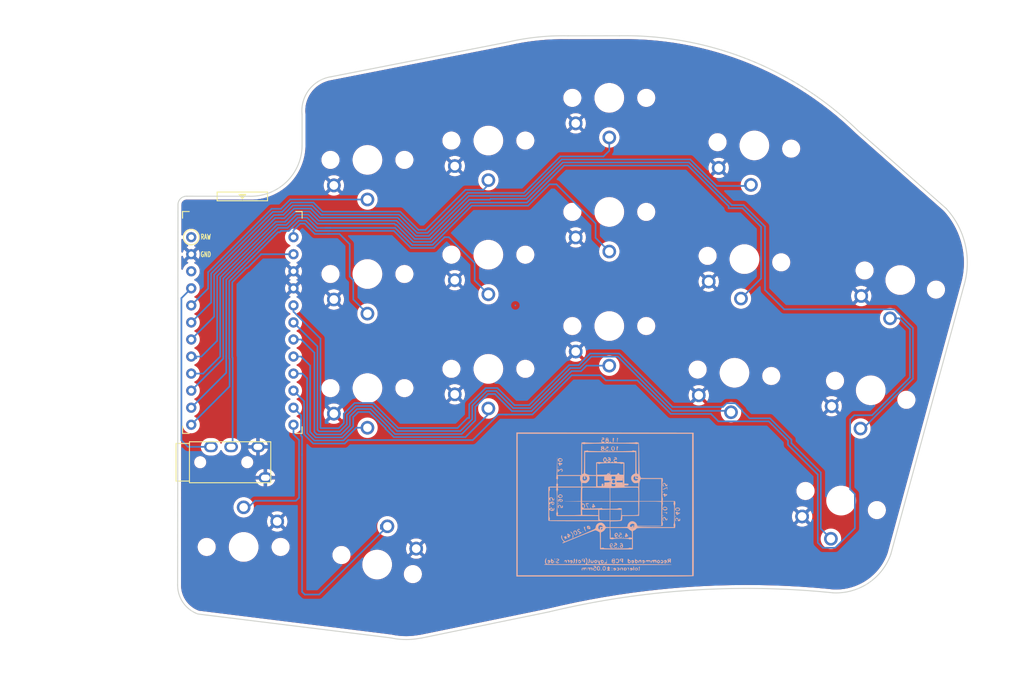
<source format=kicad_pcb>
(kicad_pcb (version 20211014) (generator pcbnew)
  (title_block (title "hypergolic") (date "2020-12-26") (rev "0.1") (company "broomlabs"))
  (layers (0 "F.Cu" signal) (31 "B.Cu" signal) (34 "B.Paste" user) (35 "F.Paste" user) (36 "B.SilkS" user "B.Silkscreen") (37 "F.SilkS" user "F.Silkscreen") (38 "B.Mask" user) (39 "F.Mask" user) (44 "Edge.Cuts" user))
  (net 0 "")
  (net 1 "reset")
  (net 2 "gnd")
  (net 3 "vcc")
  (net 4 "Switch18")
  (net 5 "Switch1")
  (net 6 "Switch2")
  (net 7 "Switch3")
  (net 8 "Switch4")
  (net 9 "Switch5")
  (net 10 "Switch6")
  (net 11 "Switch7")
  (net 12 "Switch8")
  (net 13 "Switch9")
  (net 14 "Switch10")
  (net 15 "Switch11")
  (net 16 "Switch12")
  (net 17 "Switch13")
  (net 18 "Switch14")
  (net 19 "Switch15")
  (net 20 "Switch16")
  (net 21 "Switch17")
  (net 22 "raw")
  (footprint "kbd:ProMicro_v3_min_dual" (layer "F.Cu") (at 40.64 67.056)
    (fp_text reference "U1" hide)
    (fp_text value "ProMicro-kbd" hide)
  )
  (footprint "Kailh:TRRS-PJ-DPB2" (layer "F.Cu") (at 32.766 86.106 90)
    (fp_text reference "Jack0" hide)
    (fp_text value "TRRS" hide)
  )
  (footprint "Kailh:SW_PG1350_rev_DPB2" (layer "B.Cu") (at 116.855326 38.908261 175)
    (fp_text reference "SW3" hide)
    (fp_text value "SW_Push" hide)
  )
  (footprint "Kailh:SW_PG1350_rev_DPB2" (layer "B.Cu") (at 95.26 31.824 180)
    (fp_text reference "SW4" hide)
    (fp_text value "SW_Push" hide)
  )
  (footprint "Kailh:SW_PG1350_rev_DPB2" (layer "B.Cu") (at 77.26 38.184 180)
    (fp_text reference "SW5" hide)
    (fp_text value "SW_Push" hide)
  )
  (footprint "Kailh:SW_PG1350_rev_DPB2" (layer "B.Cu") (at 59.26 41.064 180)
    (fp_text reference "SW6" hide)
    (fp_text value "SW_Push" hide)
  )
  (footprint "Kailh:SW_PG1350_rev_DPB2" (layer "B.Cu") (at 134.17463 75.384306 165)
    (fp_text reference "SW8" hide)
    (fp_text value "SW_Push" hide)
  )
  (footprint "Kailh:SW_PG1350_rev_DPB2" (layer "B.Cu") (at 115.373738 55.843584 175)
    (fp_text reference "SW9" hide)
    (fp_text value "SW_Push" hide)
  )
  (footprint "Kailh:SW_PG1350_rev_DPB2" (layer "B.Cu") (at 95.26 48.814 180)
    (fp_text reference "SW10" hide)
    (fp_text value "SW_Push" hide)
  )
  (footprint "Kailh:SW_PG1350_rev_DPB2" (layer "B.Cu") (at 77.26 55.184 180)
    (fp_text reference "SW11" hide)
    (fp_text value "SW_Push" hide)
  )
  (footprint "Kailh:SW_PG1350_rev_DPB2" (layer "B.Cu") (at 59.26 58.064 180)
    (fp_text reference "SW12" hide)
    (fp_text value "SW_Push" hide)
  )
  (footprint "Kailh:SW_PG1350_rev_DPB2" (layer "B.Cu") (at 138.574835 58.962519 165)
    (fp_text reference "SW14" hide)
    (fp_text value "SW_Push" hide)
  )
  (footprint "Kailh:SW_PG1350_rev_DPB2" (layer "B.Cu") (at 113.89239 72.775467 175)
    (fp_text reference "SW15" hide)
    (fp_text value "SW_Push" hide)
  )
  (footprint "Kailh:SW_PG1350_rev_DPB2" (layer "B.Cu") (at 95.26 65.814 180)
    (fp_text reference "SW16" hide)
    (fp_text value "SW_Push" hide)
  )
  (footprint "Kailh:SW_PG1350_rev_DPB2" (layer "B.Cu") (at 77.26 72.189 180)
    (fp_text reference "SW17" hide)
    (fp_text value "SW_Push" hide)
  )
  (footprint "Kailh:SW_PG1350_rev_DPB2" (layer "B.Cu") (at 59.26 75.064 180)
    (fp_text reference "SW18" hide)
    (fp_text value "SW_Push" hide)
  )
  (footprint "Kailh:SW_PG1350_rev_DPB2" (layer "B.Cu") (at 60.706 101.346 -15)
    (fp_text reference "SW20" hide)
    (fp_text value "SW_Push" hide)
  )
  (footprint "Kailh:SW_PG1350_rev_DPB2" (layer "B.Cu") (at 40.832476 98.720705)
    (fp_text reference "SW21" hide)
    (fp_text value "SW_Push" hide)
  )
  (footprint "Kailh:SW_PG1350_rev_DPB2" (layer "B.Cu") (at 129.774266 91.806688 165)
    (fp_text reference "SW8" hide)
    (fp_text value "SW_Push" hide)
  )
  (footprint "silkscreens:pg1232_footprint" (layer "B.Cu") (at 95.32 92.05 180)
    (fp_text reference "REF**" hide)
    (fp_text value "silk_pg1232_footprint" hide)
  )
  (gr_circle (center 33.02 52.578) (end 34.036 53.086) (layer "F.SilkS") (width 0.15) (fill none))
  (gr_line (start 32.408164 46.474473) (end 41.656141 46.477771) (layer "Edge.Cuts") (width 0.15))
  (gr_line (start 49.53 39.006151) (end 49.53 34.29) (layer "Edge.Cuts") (width 0.15))
  (gr_line (start 132.331067 36.758144) (end 145.39495 48.291023) (layer "Edge.Cuts") (width 0.15))
  (gr_arc (start 49.53 34.29) (mid 50.562876 30.61956) (end 53.844201 28.67743) (layer "Edge.Cuts") (width 0.15))
  (gr_arc (start 49.53 39.006151) (mid 47.156073 44.389109) (end 41.656141 46.477771) (layer "Edge.Cuts") (width 0.15))
  (gr_line (start 89.154528 22.581567) (end 96.773466 22.570406) (layer "Edge.Cuts") (width 0.15))
  (gr_arc (start 34.036 108.712) (mid 31.833711 107.034966) (end 31.004187 104.394055) (layer "Edge.Cuts") (width 0.15))
  (gr_line (start 66.818368 112.363873) (end 67.247725 112.302294) (layer "Edge.Cuts") (width 0.15))
  (gr_line (start 67.247725 112.302294) (end 86.341482 108.380959) (layer "Edge.Cuts") (width 0.15))
  (gr_arc (start 86.341482 108.380959) (mid 107.067044 105.197408) (end 128.033468 105.502274) (layer "Edge.Cuts") (width 0.15))
  (gr_line (start 148.082 59.69) (end 137.16 99.822) (layer "Edge.Cuts") (width 0.15))
  (gr_line (start 128.033468 105.502274) (end 128.538609 105.553039) (layer "Edge.Cuts") (width 0.15))
  (gr_arc (start 137.16 99.822) (mid 133.803575 104.12306) (end 128.538609 105.553039) (layer "Edge.Cuts") (width 0.15))
  (gr_arc (start 145.39495 48.291023) (mid 148.235829 53.637544) (end 148.082 59.69) (layer "Edge.Cuts") (width 0.15))
  (gr_arc (start 96.773466 22.570406) (mid 115.971509 26.107341) (end 132.331067 36.758144) (layer "Edge.Cuts") (width 0.15))
  (gr_line (start 31.004187 104.394055) (end 31.05832 47.752) (layer "Edge.Cuts") (width 0.15))
  (gr_line (start 62.738 112.268) (end 34.036 108.712) (layer "Edge.Cuts") (width 0.15))
  (gr_arc (start 31.05832 47.752) (mid 31.455316 46.819577) (end 32.408164 46.474473) (layer "Edge.Cuts") (width 0.15))
  (gr_line (start 53.844201 28.67743) (end 80.226393 23.495399) (layer "Edge.Cuts") (width 0.15))
  (gr_arc (start 66.818368 112.363873) (mid 64.773554 112.513009) (end 62.738 112.268) (layer "Edge.Cuts") (width 0.15))
  (gr_arc (start 80.226393 23.495399) (mid 84.662185 22.762232) (end 89.154528 22.581567) (layer "Edge.Cuts") (width 0.15))
  (segment (start 81.28 62.738) (end 81.279998 62.737998) (width 0.25) (layer "B.Cu") (net 0))
  (segment (start 33.0314 57.658) (end 32.53523 57.658) (width 0.25) (layer "B.Cu") (net 1))
  (segment (start 35.966 83.806) (end 32.536 83.806) (width 0.25) (layer "B.Cu") (net 3))
  (segment (start 31.57 82.84) (end 31.57 61.6594) (width 0.25) (layer "B.Cu") (net 3))
  (segment (start 31.57 61.6594) (end 33.0314 60.198) (width 0.25) (layer "B.Cu") (net 3))
  (segment (start 32.536 83.806) (end 31.57 82.84) (width 0.25) (layer "B.Cu") (net 3))
  (segment (start 43.434 55.118) (end 41.402 57.15) (width 0.25) (layer "B.Cu") (net 4))
  (segment (start 39.138039 59.294011) (end 39.138039 70.476801) (width 0.25) (layer "B.Cu") (net 4))
  (segment (start 41.402 57.15) (end 41.28205 57.15) (width 0.25) (layer "B.Cu") (net 4))
  (segment (start 48.2514 55.118) (end 43.434 55.118) (width 0.25) (layer "B.Cu") (net 4))
  (segment (start 39.19071 83.58129) (end 38.966 83.806) (width 0.25) (layer "B.Cu") (net 4))
  (segment (start 39.138039 70.476801) (end 39.19071 70.529472) (width 0.25) (layer "B.Cu") (net 4))
  (segment (start 41.28205 57.15) (end 39.138039 59.294011) (width 0.25) (layer "B.Cu") (net 4))
  (segment (start 39.19071 70.529472) (end 39.19071 83.58129) (width 0.25) (layer "B.Cu") (net 4))
  (segment (start 131.813767 90.827727) (end 131.813767 95.923799) (width 0.25) (layer "B.Cu") (net 5))
  (segment (start 74.93 82.804) (end 56.388 82.804) (width 0.25) (layer "B.Cu") (net 5))
  (segment (start 126.29599 87.94199) (end 126.29599 98.10199) (width 0.25) (layer "B.Cu") (net 5))
  (segment (start 55.880002 83.311998) (end 51.179589 83.311999) (width 0.25) (layer "B.Cu") (net 5))
  (segment (start 56.388 82.804) (end 55.880002 83.311998) (width 0.25) (layer "B.Cu") (net 5))
  (segment (start 121.858123 83.373877) (end 121.858123 83.504123) (width 0.25) (layer "B.Cu") (net 5))
  (segment (start 111.506 80.01) (end 119.002246 80.01) (width 0.25) (layer "B.Cu") (net 5))
  (segment (start 140.01199 73.4736) (end 134.38386 79.10173) (width 0.25) (layer "B.Cu") (net 5))
  (segment (start 51.179589 83.311999) (end 49.828401 81.960809) (width 0.25) (layer "B.Cu") (net 5))
  (segment (start 49.828401 81.960809) (end 49.828401 77.015001) (width 0.25) (layer "B.Cu") (net 5))
  (segment (start 110.391075 78.895075) (end 111.506 80.01) (width 0.25) (layer "B.Cu") (net 5))
  (segment (start 131.813767 95.923799) (end 128.890915 98.846651) (width 0.25) (layer "B.Cu") (net 5))
  (segment (start 119.002246 80.01) (end 121.858123 82.865877) (width 0.25) (layer "B.Cu") (net 5))
  (segment (start 121.858123 82.865877) (end 121.858123 83.373877) (width 0.25) (layer "B.Cu") (net 5))
  (segment (start 99.43959 73.914) (end 104.420665 78.895075) (width 0.25) (layer "B.Cu") (net 5))
  (segment (start 121.858123 83.504123) (end 126.29599 87.94199) (width 0.25) (layer "B.Cu") (net 5))
  (segment (start 94.742 73.914) (end 99.43959 73.914) (width 0.25) (layer "B.Cu") (net 5))
  (segment (start 104.420665 78.895075) (end 110.391075 78.895075) (width 0.25) (layer "B.Cu") (net 5))
  (segment (start 89.662 73.152) (end 93.98 73.152) (width 0.25) (layer "B.Cu") (net 5))
  (segment (start 138.396075 64.661481) (end 140.01199 66.277396) (width 0.25) (layer "B.Cu") (net 5))
  (segment (start 131.11002 90.12398) (end 131.813767 90.827727) (width 0.25) (layer "B.Cu") (net 5))
  (segment (start 78.74 78.994) (end 74.93 82.804) (width 0.25) (layer "B.Cu") (net 5))
  (segment (start 126.29599 98.10199) (end 127.040651 98.846651) (width 0.25) (layer "B.Cu") (net 5))
  (segment (start 131.71827 79.10173) (end 131.11002 79.70998) (width 0.25) (layer "B.Cu") (net 5))
  (segment (start 134.38386 79.10173) (end 131.71827 79.10173) (width 0.25) (layer "B.Cu") (net 5))
  (segment (start 93.98 73.152) (end 94.742 73.914) (width 0.25) (layer "B.Cu") (net 5))
  (segment (start 131.11002 79.70998) (end 131.11002 90.12398) (width 0.25) (layer "B.Cu") (net 5))
  (segment (start 80.01 78.994) (end 79.756 78.994) (width 0.25) (layer "B.Cu") (net 5))
  (segment (start 128.890915 98.846651) (end 127.040651 98.846651) (width 0.25) (layer "B.Cu") (net 5))
  (segment (start 140.01199 66.277396) (end 140.01199 73.4736) (width 0.25) (layer "B.Cu") (net 5))
  (segment (start 83.82 78.994) (end 89.662 73.152) (width 0.25) (layer "B.Cu") (net 5))
  (segment (start 80.01 78.994) (end 78.74 78.994) (width 0.25) (layer "B.Cu") (net 5))
  (segment (start 49.828401 77.015001) (end 48.2514 75.438) (width 0.25) (layer "B.Cu") (net 5))
  (segment (start 137.047803 64.661481) (end 138.396075 64.661481) (width 0.25) (layer "B.Cu") (net 5))
  (segment (start 80.01 78.994) (end 83.82 78.994) (width 0.25) (layer "B.Cu") (net 5))
  (segment (start 111.268172 44.941828) (end 107.326368 41.000024) (width 0.25) (layer "B.Cu") (net 6))
  (segment (start 74.34876 46.42401) (end 68.39078 52.38199) (width 0.25) (layer "B.Cu") (net 6))
  (segment (start 82.7364 46.42401) (end 74.34876 46.42401) (width 0.25) (layer "B.Cu") (net 6))
  (segment (start 50.85121 48.31403) (end 48.330351 48.31403) (width 0.25) (layer "B.Cu") (net 6))
  (segment (start 34.544 70.358) (end 33.0314 70.358) (width 0.25) (layer "B.Cu") (net 6))
  (segment (start 36.88799 68.01401) (end 34.544 70.358) (width 0.25) (layer "B.Cu") (net 6))
  (segment (start 45.52399 49.72601) (end 44.958 50.292) (width 0.25) (layer "B.Cu") (net 6))
  (segment (start 44.958 50.292) (end 36.88799 58.36201) (width 0.25) (layer "B.Cu") (net 6))
  (segment (start 51.054 48.51682) (end 50.85121 48.31403) (width 0.25) (layer "B.Cu") (net 6))
  (segment (start 45.212 50.038) (end 44.958 50.292) (width 0.25) (layer "B.Cu") (net 6))
  (segment (start 88.160386 41.000024) (end 82.7364 46.42401) (width 0.25) (layer "B.Cu") (net 6))
  (segment (start 66.4804 52.38199) (end 63.771236 49.672826) (width 0.25) (layer "B.Cu") (net 6))
  (segment (start 33.0314 69.85) (end 33.793399 70.611999) (width 0.25) (layer "B.Cu") (net 6))
  (segment (start 107.326368 41.000024) (end 88.160386 41.000024) (width 0.25) (layer "B.Cu") (net 6))
  (segment (start 63.771236 49.672826) (end 52.193605 49.672825) (width 0.25) (layer "B.Cu") (net 6))
  (segment (start 52.193605 49.672825) (end 51.054 48.53322) (width 0.25) (layer "B.Cu") (net 6))
  (segment (start 116.649591 44.941828) (end 111.268172 44.941828) (width 0.25) (layer "B.Cu") (net 6))
  (segment (start 46.453005 49.755005) (end 46.42401 49.72601) (width 0.25) (layer "B.Cu") (net 6))
  (segment (start 46.889376 49.755005) (end 46.453005 49.755005) (width 0.25) (layer "B.Cu") (net 6))
  (segment (start 51.054 48.53322) (end 51.054 48.51682) (width 0.25) (layer "B.Cu") (net 6))
  (segment (start 116.965007 44.626412) (end 116.649591 44.941828) (width 0.25) (layer "B.Cu") (net 6))
  (segment (start 48.330351 48.31403) (end 46.889376 49.755005) (width 0.25) (layer "B.Cu") (net 6))
  (segment (start 68.39078 52.38199) (end 66.4804 52.38199) (width 0.25) (layer "B.Cu") (net 6))
  (segment (start 36.88799 58.36201) (end 36.88799 68.01401) (width 0.25) (layer "B.Cu") (net 6))
  (segment (start 46.42401 49.72601) (end 45.52399 49.72601) (width 0.25) (layer "B.Cu") (net 6))
  (segment (start 51.03761 47.86402) (end 48.143951 47.86402) (width 0.25) (layer "B.Cu") (net 7))
  (segment (start 74.16236 45.974) (end 68.20438 51.93198) (width 0.25) (layer "B.Cu") (net 7))
  (segment (start 52.631185 49.222815) (end 52.396404 49.222814) (width 0.25) (layer "B.Cu") (net 7))
  (segment (start 48.143951 47.86402) (end 46.756815 49.251156) (width 0.25) (layer "B.Cu") (net 7))
  (segment (start 82.55 45.974) (end 74.16236 45.974) (width 0.25) (layer "B.Cu") (net 7))
  (segment (start 45.998844 49.251156) (end 45.974 49.276) (width 0.25) (layer "B.Cu") (net 7))
  (segment (start 45.0256 49.58799) (end 36.43798 58.17561) (width 0.25) (layer "B.Cu") (net 7))
  (segment (start 95.26 39.688028) (end 94.398014 40.550014) (width 0.25) (layer "B.Cu") (net 7))
  (segment (start 68.20438 51.93198) (end 66.6668 51.93198) (width 0.25) (layer "B.Cu") (net 7))
  (segment (start 52.396404 49.222814) (end 51.03761 47.86402) (width 0.25) (layer "B.Cu") (net 7))
  (segment (start 66.6668 51.93198) (end 63.957637 49.222817) (width 0.25) (layer "B.Cu") (net 7))
  (segment (start 52.631185 49.222815) (end 52.380005 49.222815) (width 0.25) (layer "B.Cu") (net 7))
  (segment (start 46.08998 49.276) (end 45.974 49.276) (width 0.25) (layer "B.Cu") (net 7))
  (segment (start 62.791185 49.222815) (end 52.631185 49.222815) (width 0.25) (layer "B.Cu") (net 7))
  (segment (start 45.974 49.276) (end 45.33759 49.276) (width 0.25) (layer "B.Cu") (net 7))
  (segment (start 36.43798 58.17561) (end 36.43798 64.41142) (width 0.25) (layer "B.Cu") (net 7))
  (segment (start 46.756815 49.251156) (end 45.998844 49.251156) (width 0.25) (layer "B.Cu") (net 7))
  (segment (start 36.43798 64.41142) (end 33.0314 67.818) (width 0.25) (layer "B.Cu") (net 7))
  (segment (start 94.398014 40.550014) (end 87.973986 40.550014) (width 0.25) (layer "B.Cu") (net 7))
  (segment (start 45.33759 49.276) (end 45.0256 49.58799) (width 0.25) (layer "B.Cu") (net 7))
  (segment (start 63.957637 49.222817) (end 62.791185 49.222815) (width 0.25) (layer "B.Cu") (net 7))
  (segment (start 87.973986 40.550014) (end 82.55 45.974) (width 0.25) (layer "B.Cu") (net 7))
  (segment (start 95.26 37.724) (end 95.26 39.688028) (width 0.25) (layer "B.Cu") (net 7))
  (segment (start 66.8532 51.48197) (end 64.144038 48.772808) (width 0.25) (layer "B.Cu") (net 8))
  (segment (start 44.19459 49.78259) (end 36.19359 57.78359) (width 0.25) (layer "B.Cu") (net 8))
  (segment (start 52.582805 48.772805) (end 51.22401 47.41401) (width 0.25) (layer "B.Cu") (net 8))
  (segment (start 45.176034 48.801146) (end 44.82959 49.14759) (width 0.25) (layer "B.Cu") (net 8))
  (segment (start 77.26 44.77598) (end 76.51199 45.52399) (width 0.25) (layer "B.Cu") (net 8))
  (segment (start 44.82959 49.14759) (end 44.19459 49.78259) (width 0.25) (layer "B.Cu") (net 8))
  (segment (start 67.89803 51.48197) (end 66.8532 51.48197) (width 0.25) (layer "B.Cu") (net 8))
  (segment (start 46.570415 48.801146) (end 45.176034 48.801146) (width 0.25) (layer "B.Cu") (net 8))
  (segment (start 76.51199 45.52399) (end 73.85601 45.52399) (width 0.25) (layer "B.Cu") (net 8))
  (segment (start 47.957551 47.41401) (end 46.570415 48.801146) (width 0.25) (layer "B.Cu") (net 8))
  (segment (start 35.98797 57.98921) (end 36.19359 57.78359) (width 0.25) (layer "B.Cu") (net 8))
  (segment (start 33.0314 65.278) (end 35.98797 62.32143) (width 0.25) (layer "B.Cu") (net 8))
  (segment (start 35.98797 62.32143) (end 35.98797 57.98921) (width 0.25) (layer "B.Cu") (net 8))
  (segment (start 51.22401 47.41401) (end 47.957551 47.41401) (width 0.25) (layer "B.Cu") (net 8))
  (segment (start 64.144038 48.772808) (end 62.733195 48.772805) (width 0.25) (layer "B.Cu") (net 8))
  (segment (start 73.85601 45.52399) (end 67.89803 51.48197) (width 0.25) (layer "B.Cu") (net 8))
  (segment (start 44.19459 49.78259) (end 44.44859 49.52859) (width 0.25) (layer "B.Cu") (net 8))
  (segment (start 77.26 44.084) (end 77.26 44.77598) (width 0.25) (layer "B.Cu") (net 8))
  (segment (start 62.733195 48.772805) (end 52.582805 48.772805) (width 0.25) (layer "B.Cu") (net 8))
  (segment (start 33.0314 62.09301) (end 33.0314 62.23) (width 0.25) (layer "B.Cu") (net 9))
  (segment (start 46.384015 48.351136) (end 44.989634 48.351136) (width 0.25) (layer "B.Cu") (net 9))
  (segment (start 47.771151 46.964) (end 46.384015 48.351136) (width 0.25) (layer "B.Cu") (net 9))
  (segment (start 44.989634 48.351136) (end 35.53796 57.80281) (width 0.25) (layer "B.Cu") (net 9))
  (segment (start 35.53796 57.80281) (end 35.53796 60.23144) (width 0.25) (layer "B.Cu") (net 9))
  (segment (start 35.53796 60.23144) (end 33.0314 62.738) (width 0.25) (layer "B.Cu") (net 9))
  (segment (start 59.26 46.964) (end 47.771151 46.964) (width 0.25) (layer "B.Cu") (net 9))
  (segment (start 46.412356 48.322795) (end 46.384015 48.351136) (width 0.25) (layer "B.Cu") (net 9))
  (segment (start 140.462 73.66) (end 133.038732 81.083268) (width 0.25) (layer "B.Cu") (net 10))
  (segment (start 118.43301 60.459075) (end 121.294415 63.32048) (width 0.25) (layer "B.Cu") (net 10))
  (segment (start 34.798 72.898) (end 33.0314 72.898) (width 0.25) (layer "B.Cu") (net 10))
  (segment (start 140.462 66.090996) (end 140.462 73.66) (width 0.25) (layer "B.Cu") (net 10))
  (segment (start 66.294 52.832) (end 63.754 50.292) (width 0.25) (layer "B.Cu") (net 10))
  (segment (start 52.662835 50.122835) (end 52.007204 50.122834) (width 0.25) (layer "B.Cu") (net 10))
  (segment (start 52.662835 50.122835) (end 63.5 50.122835) (width 0.25) (layer "B.Cu") (net 10))
  (segment (start 68.83259 52.57659) (end 74.41918 46.99) (width 0.25) (layer "B.Cu") (net 10))
  (segment (start 121.294415 63.32048) (end 137.691484 63.32048) (width 0.25) (layer "B.Cu") (net 10))
  (segment (start 133.038732 81.083268) (end 132.647598 81.083268) (width 0.25) (layer "B.Cu") (net 10))
  (segment (start 137.691484 63.32048) (end 140.462 66.090996) (width 0.25) (layer "B.Cu") (net 10))
  (segment (start 52.007204 50.122834) (end 50.65237 48.768) (width 0.25) (layer "B.Cu") (net 10))
  (segment (start 68.83259 52.57659) (end 68.57718 52.832) (width 0.25) (layer "B.Cu") (net 10))
  (segment (start 68.58 52.82918) (end 68.83259 52.57659) (width 0.25) (layer "B.Cu") (net 10))
  (segment (start 46.988791 50.292) (end 45.59441 50.292) (width 0.25) (layer "B.Cu") (net 10))
  (segment (start 68.57718 52.832) (end 66.294 52.832) (width 0.25) (layer "B.Cu") (net 10))
  (segment (start 77.58598 46.87402) (end 82.922801 46.874019) (width 0.25) (layer "B.Cu") (net 10))
  (segment (start 37.338 58.54841) (end 37.338 70.358) (width 0.25) (layer "B.Cu") (net 10))
  (segment (start 82.922801 46.874019) (end 88.346786 41.450034) (width 0.25) (layer "B.Cu") (net 10))
  (segment (start 48.512791 48.768) (end 46.988791 50.292) (width 0.25) (layer "B.Cu") (net 10))
  (segment (start 74.41918 46.99) (end 77.47 46.99) (width 0.25) (layer "B.Cu") (net 10))
  (segment (start 45.403205 50.483205) (end 45.59441 50.292) (width 0.25) (layer "B.Cu") (net 10))
  (segment (start 37.338 70.358) (end 34.798 72.898) (width 0.25) (layer "B.Cu") (net 10))
  (segment (start 77.47 46.99) (end 77.58598 46.87402) (width 0.25) (layer "B.Cu") (net 10))
  (segment (start 113.480009 47.790075) (end 115.238095 47.790075) (width 0.25) (layer "B.Cu") (net 10))
  (segment (start 118.43301 50.98499) (end 118.43301 60.459075) (width 0.25) (layer "B.Cu") (net 10))
  (segment (start 88.346786 41.450034) (end 107.139968 41.450034) (width 0.25) (layer "B.Cu") (net 10))
  (segment (start 115.238095 47.790075) (end 118.43301 50.98499) (width 0.25) (layer "B.Cu") (net 10))
  (segment (start 107.139968 41.450034) (end 113.480009 47.790075) (width 0.25) (layer "B.Cu") (net 10))
  (segment (start 63.754 50.292) (end 63.584835 50.122835) (width 0.25) (layer "B.Cu") (net 10))
  (segment (start 45.3984 50.48801) (end 37.338 58.54841) (width 0.25) (layer "B.Cu") (net 10))
  (segment (start 50.65237 48.768) (end 48.512791 48.768) (width 0.25) (layer "B.Cu") (net 10))
  (segment (start 68.766401 53.279189) (end 68.640811 53.279189) (width 0.25) (layer "B.Cu") (net 11))
  (segment (start 63.5676 50.74201) (end 63.44201 50.74201) (width 0.25) (layer "B.Cu") (net 11))
  (segment (start 45.78081 50.74201) (end 45.46741 51.05541) (width 0.25) (layer "B.Cu") (net 11))
  (segment (start 66.1076 53.28201) (end 63.5676 50.74201) (width 0.25) (layer "B.Cu") (net 11))
  (segment (start 68.640811 53.279189) (end 68.63799 53.28201) (width 0.25) (layer "B.Cu") (net 11))
  (segment (start 117.856 51.04439) (end 117.856 58.724652) (width 0.25) (layer "B.Cu") (net 11))
  (segment (start 45.584802 50.938018) (end 45.46741 51.05541) (width 0.25) (layer "B.Cu") (net 11))
  (segment (start 37.78801 70.68139) (end 33.0314 75.438) (width 0.25) (layer "B.Cu") (net 11))
  (segment (start 113.03 47.976476) (end 112.014 46.960476) (width 0.25) (layer "B.Cu") (net 11))
  (segment (start 74.60558 47.44001) (end 68.766401 53.279189) (width 0.25) (layer "B.Cu") (net 11))
  (segment (start 63.44201 50.74201) (end 63.272845 50.572845) (width 0.25) (layer "B.Cu") (net 11))
  (segment (start 37.78801 58.73481) (end 37.78801 70.68139) (width 0.25) (layer "B.Cu") (net 11))
  (segment (start 115.07161 48.26) (end 117.856 51.04439) (width 0.25) (layer "B.Cu") (net 11))
  (segment (start 51.820803 50.572843) (end 50.46597 49.21801) (width 0.25) (layer "B.Cu") (net 11))
  (segment (start 112.014 46.960476) (end 112.014 46.99) (width 0.25) (layer "B.Cu") (net 11))
  (segment (start 63.272845 50.572845) (end 53.567155 50.572845) (width 0.25) (layer "B.Cu") (net 11))
  (segment (start 88.533186 41.900044) (end 82.99322 47.44001) (width 0.25) (layer "B.Cu") (net 11))
  (segment (start 48.699191 49.21801) (end 47.175191 50.74201) (width 0.25) (layer "B.Cu") (net 11))
  (segment (start 47.175191 50.74201) (end 45.78081 50.74201) (width 0.25) (layer "B.Cu") (net 11))
  (segment (start 106.953568 41.900044) (end 88.533186 41.900044) (width 0.25) (layer "B.Cu") (net 11))
  (segment (start 113.03 48.26) (end 115.07161 48.26) (width 0.25) (layer "B.Cu") (net 11))
  (segment (start 115.316 61.468) (end 115.316 61.169215) (width 0.25) (layer "B.Cu") (net 11))
  (segment (start 50.46597 49.21801) (end 48.699191 49.21801) (width 0.25) (layer "B.Cu") (net 11))
  (segment (start 112.014 46.960476) (end 106.953568 41.900044) (width 0.25) (layer "B.Cu") (net 11))
  (segment (start 82.99322 47.44001) (end 74.60558 47.44001) (width 0.25) (layer "B.Cu") (net 11))
  (segment (start 45.46741 51.05541) (end 37.78801 58.73481) (width 0.25) (layer "B.Cu") (net 11))
  (segment (start 117.856 58.724652) (end 114.859519 61.721133) (width 0.25) (layer "B.Cu") (net 11))
  (segment (start 53.567155 50.572845) (end 51.820803 50.572843) (width 0.25) (layer "B.Cu") (net 11))
  (segment (start 113.03 48.26) (end 113.03 47.976476) (width 0.25) (layer "B.Cu") (net 11))
  (segment (start 68.63799 53.28201) (end 66.1076 53.28201) (width 0.25) (layer "B.Cu") (net 11))
  (segment (start 45.96721 51.19202) (end 45.917419 51.241811) (width 0.25) (layer "B.Cu") (net 12))
  (segment (start 38.23802 58.92121) (end 38.23802 70.21998) (width 0.25) (layer "B.Cu") (net 12))
  (segment (start 68.69598 53.73202) (end 68.21002 53.73202) (width 0.25) (layer "B.Cu") (net 12))
  (segment (start 38.23802 70.21998) (end 38.23802 72.77138) (width 0.25) (layer "B.Cu") (net 12))
  (segment (start 93.220499 52.674499) (end 93.220499 50.534165) (width 0.25) (layer "B.Cu") (net 12))
  (segment (start 83.17962 47.89002) (end 74.79198 47.89002) (width 0.25) (layer "B.Cu") (net 12))
  (segment (start 47.361591 51.19202) (end 45.96721 51.19202) (width 0.25) (layer "B.Cu") (net 12))
  (segment (start 38.23802 70.21998) (end 38.23802 70.4768) (width 0.25) (layer "B.Cu") (net 12))
  (segment (start 74.79198 47.89002) (end 68.952802 53.729198) (width 0.25) (layer "B.Cu") (net 12))
  (segment (start 53.22402 51.19202) (end 52.95644 51.19202) (width 0.25) (layer "B.Cu") (net 12))
  (segment (start 68.21002 53.73202) (end 68.326 53.73202) (width 0.25) (layer "B.Cu") (net 12))
  (segment (start 95.26 54.714) (end 93.220499 52.674499) (width 0.25) (layer "B.Cu") (net 12))
  (segment (start 68.21002 53.73202) (end 65.9212 53.73202) (width 0.25) (layer "B.Cu") (net 12))
  (segment (start 45.771202 51.388028) (end 38.23802 58.92121) (width 0.25) (layer "B.Cu") (net 12))
  (segment (start 68.698802 53.729198) (end 68.69598 53.73202) (width 0.25) (layer "B.Cu") (net 12))
  (segment (start 53.73202 51.19202) (end 51.80357 51.19202) (width 0.25) (layer "B.Cu") (net 12))
  (segment (start 65.9212 53.73202) (end 63.3812 51.19202) (width 0.25) (layer "B.Cu") (net 12))
  (segment (start 50.27957 49.66802) (end 48.885591 49.66802) (width 0.25) (layer "B.Cu") (net 12))
  (segment (start 63.3812 51.19202) (end 53.73202 51.19202) (width 0.25) (layer "B.Cu") (net 12))
  (segment (start 53.73202 51.19202) (end 53.22402 51.19202) (width 0.25) (layer "B.Cu") (net 12))
  (segment (start 87.390334 44.704) (end 86.36564 44.704) (width 0.25) (layer "B.Cu") (net 12))
  (segment (start 68.952802 53.729198) (end 68.698802 53.729198) (width 0.25) (layer "B.Cu") (net 12))
  (segment (start 86.36564 44.704) (end 83.17962 47.89002) (width 0.25) (layer "B.Cu") (net 12))
  (segment (start 48.885591 49.66802) (end 47.361591 51.19202) (width 0.25) (layer "B.Cu") (net 12))
  (segment (start 38.23802 72.77138) (end 33.0314 77.978) (width 0.25) (layer "B.Cu") (net 12))
  (segment (start 51.80357 51.19202) (end 50.27957 49.66802) (width 0.25) (layer "B.Cu") (net 12))
  (segment (start 93.220499 50.534165) (end 87.390334 44.704) (width 0.25) (layer "B.Cu") (net 12))
  (segment (start 45.917419 51.241811) (end 45.531615 51.627615) (width 0.25) (layer "B.Cu") (net 12))
  (segment (start 38.7407 70.715872) (end 38.7407 74.8087) (width 0.25) (layer "B.Cu") (net 13))
  (segment (start 75.220499 56.424499) (end 71.374 52.578) (width 0.25) (layer "B.Cu") (net 13))
  (segment (start 63.1948 51.64203) (end 53.67403 51.64203) (width 0.25) (layer "B.Cu") (net 13))
  (segment (start 38.688029 59.107611) (end 38.688029 70.663201) (width 0.25) (layer "B.Cu") (net 13))
  (segment (start 47.547992 51.642029) (end 49.071991 50.11803) (width 0.25) (layer "B.Cu") (net 13))
  (segment (start 50.09317 50.11803) (end 51.617169 51.642029) (width 0.25) (layer "B.Cu") (net 13))
  (segment (start 38.688029 70.663201) (end 38.7407 70.715872) (width 0.25) (layer "B.Cu") (net 13))
  (segment (start 77.26 61.084) (end 75.220499 59.044499) (width 0.25) (layer "B.Cu") (net 13))
  (segment (start 53.14284 51.64203) (end 53.67403 51.64203) (width 0.25) (layer "B.Cu") (net 13))
  (segment (start 53.14284 51.64203) (end 51.73597 51.64203) (width 0.25) (layer "B.Cu") (net 13))
  (segment (start 45.957602 51.838038) (end 46.205962 51.838038) (width 0.25) (layer "B.Cu") (net 13))
  (segment (start 51.617169 51.642029) (end 53.42003 51.64203) (width 0.25) (layer "B.Cu") (net 13))
  (segment (start 45.957602 51.838038) (end 42.29382 55.50182) (width 0.25) (layer "B.Cu") (net 13))
  (segment (start 70.74041 52.578) (end 69.16803 54.15038) (width 0.25) (layer "B.Cu") (net 13))
  (segment (start 65.7348 54.18203) (end 63.1948 51.64203) (width 0.25) (layer "B.Cu") (net 13))
  (segment (start 46.40197 51.64203) (end 47.547992 51.642029) (width 0.25) (layer "B.Cu") (net 13))
  (segment (start 42.29382 55.50182) (end 38.688029 59.107611) (width 0.25) (layer "B.Cu") (net 13))
  (segment (start 75.220499 59.044499) (end 75.220499 56.424499) (width 0.25) (layer "B.Cu") (net 13))
  (segment (start 42.414611 55.381029) (end 42.29382 55.50182) (width 0.25) (layer "B.Cu") (net 13))
  (segment (start 69.16803 54.18203) (end 65.7348 54.18203) (width 0.25) (layer "B.Cu") (net 13))
  (segment (start 53.42003 51.64203) (end 53.67403 51.64203) (width 0.25) (layer "B.Cu") (net 13))
  (segment (start 46.205962 51.838038) (end 46.40197 51.64203) (width 0.25) (layer "B.Cu") (net 13))
  (segment (start 38.7407 74.8087) (end 33.0314 80.518) (width 0.25) (layer "B.Cu") (net 13))
  (segment (start 69.16803 54.15038) (end 69.16803 54.18203) (width 0.25) (layer "B.Cu") (net 13))
  (segment (start 49.071991 50.11803) (end 50.09317 50.11803) (width 0.25) (layer "B.Cu") (net 13))
  (segment (start 71.374 52.578) (end 70.74041 52.578) (width 0.25) (layer "B.Cu") (net 13))
  (segment (start 53.57196 52.09204) (end 55.09596 52.09204) (width 0.25) (layer "B.Cu") (net 14))
  (segment (start 56.619769 53.615849) (end 55.09596 52.09204) (width 0.25) (layer "B.Cu") (net 14))
  (segment (start 48.2514 52.578) (end 48.784412 52.578) (width 0.25) (layer "B.Cu") (net 14))
  (segment (start 53.57196 52.09204) (end 51.430768 52.092038) (width 0.25) (layer "B.Cu") (net 14))
  (segment (start 56.619769 58.442231) (end 57.15 58.972462) (width 0.25) (layer "B.Cu") (net 14))
  (segment (start 49.90677 50.56804) (end 49.258391 50.56804) (width 0.25) (layer "B.Cu") (net 14))
  (segment (start 48.2514 51.575031) (end 48.2514 52.578) (width 0.25) (layer "B.Cu") (net 14))
  (segment (start 57.15 58.972462) (end 57.15 61.854) (width 0.25) (layer "B.Cu") (net 14))
  (segment (start 56.619769 58.442231) (end 56.619769 53.615849) (width 0.25) (layer "B.Cu") (net 14))
  (segment (start 49.258391 50.56804) (end 48.2514 51.575031) (width 0.25) (layer "B.Cu") (net 14))
  (segment (start 53.32924 52.09204) (end 53.57196 52.09204) (width 0.25) (layer "B.Cu") (net 14))
  (segment (start 57.15 61.854) (end 59.26 63.964) (width 0.25) (layer "B.Cu") (net 14))
  (segment (start 51.430768 52.092038) (end 49.90677 50.56804) (width 0.25) (layer "B.Cu") (net 14))
  (segment (start 76.843199 75.045981) (end 74.41098 77.4782) (width 0.25) (layer "B.Cu") (net 15))
  (segment (start 74.41098 77.4782) (end 74.41098 79.5102) (width 0.25) (layer "B.Cu") (net 15))
  (segment (start 115.047624 78.471624) (end 115.047624 78.337787) (width 0.25) (layer "B.Cu") (net 15))
  (segment (start 57.34037 77.27399) (end 55.74198 78.87238) (width 0.25) (layer "B.Cu") (net 15))
  (segment (start 74.1598 79.5102) (end 72.66604 81.00396) (width 0.25) (layer "B.Cu") (net 15))
  (segment (start 63.86037 81.00396) (end 60.1304 77.27399) (width 0.25) (layer "B.Cu") (net 15))
  (segment (start 78.6048 75.045982) (end 76.843199 75.045981) (width 0.25) (layer "B.Cu") (net 15))
  (segment (start 72.66604 81.00396) (end 63.86037 81.00396) (width 0.25) (layer "B.Cu") (net 15))
  (segment (start 122.37001 83.25401) (end 126.746 87.63) (width 0.25) (layer "B.Cu") (net 15))
  (segment (start 89.280123 71.624647) (end 83.31879 77.58598) (width 0.25) (layer "B.Cu") (net 15))
  (segment (start 54.98395 81.026) (end 52.324 81.026) (width 0.25) (layer "B.Cu") (net 15))
  (segment (start 74.41098 79.5102) (end 74.1598 79.5102) (width 0.25) (layer "B.Cu") (net 15))
  (segment (start 52.324 81.026) (end 52.26601 80.96801) (width 0.25) (layer "B.Cu") (net 15))
  (segment (start 52.26601 80.96801) (end 52.26601 67.683848) (width 0.25) (layer "B.Cu") (net 15))
  (segment (start 126.746 96.004416) (end 128.247234 97.50565) (width 0.25) (layer "B.Cu") (net 15))
  (segment (start 96.721399 69.922989) (end 92.395522 69.92299) (width 0.25) (layer "B.Cu") (net 15))
  (segment (start 119.188646 79.55999) (end 116.13599 79.55999) (width 0.25) (layer "B.Cu") (net 15))
  (segment (start 104.660806 77.862396) (end 96.721399 69.922989) (width 0.25) (layer "B.Cu") (net 15))
  (segment (start 48.2514 63.669238) (end 48.2514 62.738) (width 0.25) (layer "B.Cu") (net 15))
  (segment (start 90.693866 71.624646) (end 89.280123 71.624647) (width 0.25) (layer "B.Cu") (net 15))
  (segment (start 115.047624 78.337787) (end 114.021852 77.312015) (width 0.25) (layer "B.Cu") (net 15))
  (segment (start 126.746 87.63) (end 126.746 96.004416) (width 0.25) (layer "B.Cu") (net 15))
  (segment (start 55.74198 78.87238) (end 55.74198 80.26797) (width 0.25) (layer "B.Cu") (net 15))
  (segment (start 112.73449 77.312015) (end 112.184109 77.862396) (width 0.25) (layer "B.Cu") (net 15))
  (segment (start 60.1304 77.27399) (end 57.34037 77.27399) (width 0.25) (layer "B.Cu") (net 15))
  (segment (start 112.184109 77.862396) (end 104.660806 77.862396) (width 0.25) (layer "B.Cu") (net 15))
  (segment (start 92.395522 69.92299) (end 90.693866 71.624646) (width 0.25) (layer "B.Cu") (net 15))
  (segment (start 122.37001 82.741354) (end 119.188646 79.55999) (width 0.25) (layer "B.Cu") (net 15))
  (segment (start 122.37001 82.741354) (end 122.37001 83.25401) (width 0.25) (layer "B.Cu") (net 15))
  (segment (start 116.13599 79.55999) (end 115.047624 78.471624) (width 0.25) (layer "B.Cu") (net 15))
  (segment (start 52.26601 67.683848) (end 48.2514 63.669238) (width 0.25) (layer "B.Cu") (net 15))
  (segment (start 114.021852 77.312015) (end 112.73449 77.312015) (width 0.25) (layer "B.Cu") (net 15))
  (segment (start 81.1448 77.58598) (end 78.6048 75.045982) (width 0.25) (layer "B.Cu") (net 15))
  (segment (start 55.74198 80.26797) (end 54.98395 81.026) (width 0.25) (layer "B.Cu") (net 15))
  (segment (start 83.31879 77.58598) (end 81.1448 77.58598) (width 0.25) (layer "B.Cu") (net 15))
  (segment (start 63.011848 80.791848) (end 63.67397 81.45397) (width 0.25) (layer "B.Cu") (net 16))
  (segment (start 104.607066 78.445066) (end 112.982588 78.445066) (width 0.25) (layer "B.Cu") (net 16))
  (segment (start 59.94463 77.754718) (end 62.98176 80.791848) (width 0.25) (layer "B.Cu") (net 16))
  (segment (start 57.658 77.724) (end 57.912 77.724) (width 0.25) (layer "B.Cu") (net 16))
  (segment (start 51.816 68.8426) (end 51.816 81.28) (width 0.25) (layer "B.Cu") (net 16))
  (segment (start 90.880266 72.074656) (end 92.581923 70.372999) (width 0.25) (layer "B.Cu") (net 16))
  (segment (start 78.418401 75.495991) (end 80.9584 78.03599) (width 0.25) (layer "B.Cu") (net 16))
  (segment (start 74.86099 79.6966) (end 74.86099 77.6646) (width 0.25) (layer "B.Cu") (net 16))
  (segment (start 57.65737 77.72463) (end 57.658 77.724) (width 0.25) (layer "B.Cu") (net 16))
  (segment (start 57.912 77.724) (end 57.91263 77.72463) (width 0.25) (layer "B.Cu") (net 16))
  (segment (start 74.86099 77.6646) (end 77.0296 75.49599) (width 0.25) (layer "B.Cu") (net 16))
  (segment (start 77.0296 75.49599) (end 78.418401 75.495991) (width 0.25) (layer "B.Cu") (net 16))
  (segment (start 57.91263 77.72463) (end 59.94463 77.72463) (width 0.25) (layer "B.Cu") (net 16))
  (segment (start 96.534999 70.372999) (end 104.607066 78.445066) (width 0.25) (layer "B.Cu") (net 16))
  (segment (start 56.19199 79.05878) (end 57.526139 77.724631) (width 0.25) (layer "B.Cu") (net 16))
  (segment (start 80.9584 78.03599) (end 83.50519 78.03599) (width 0.25) (layer "B.Cu") (net 16))
  (segment (start 89.466524 72.074656) (end 90.880266 72.074656) (width 0.25) (layer "B.Cu") (net 16))
  (segment (start 63.67397 81.45397) (end 73.10362 81.45397) (width 0.25) (layer "B.Cu") (net 16))
  (segment (start 52.04796 81.51196) (end 55.1344 81.51196) (width 0.25) (layer "B.Cu") (net 16))
  (segment (start 73.10362 81.45397) (end 74.86099 79.6966) (width 0.25) (layer "B.Cu") (net 16))
  (segment (start 51.816 81.28) (end 52.04796 81.51196) (width 0.25) (layer "B.Cu") (net 16))
  (segment (start 83.50519 78.03599) (end 89.466524 72.074656) (width 0.25) (layer "B.Cu") (net 16))
  (segment (start 62.98176 80.791848) (end 63.011848 80.791848) (width 0.25) (layer "B.Cu") (net 16))
  (segment (start 59.94463 77.72463) (end 59.94463 77.754718) (width 0.25) (layer "B.Cu") (net 16))
  (segment (start 55.1344 81.51196) (end 56.19199 80.45437) (width 0.25) (layer "B.Cu") (net 16))
  (segment (start 92.581923 70.372999) (end 96.534999 70.372999) (width 0.25) (layer "B.Cu") (net 16))
  (segment (start 48.2514 65.278) (end 51.816 68.8426) (width 0.25) (layer "B.Cu") (net 16))
  (segment (start 56.19199 80.45437) (end 56.19199 79.05878) (width 0.25) (layer "B.Cu") (net 16))
  (segment (start 57.526139 77.724631) (end 57.65737 77.72463) (width 0.25) (layer "B.Cu") (net 16))
  (segment (start 51.36599 69.79201) (end 51.36599 81.58917) (width 0.25) (layer "B.Cu") (net 17))
  (segment (start 62.531751 81.070931) (end 63.3648 81.90398) (width 0.25) (layer "B.Cu") (net 17))
  (segment (start 59.728142 78.17464) (end 62.531751 80.978249) (width 0.25) (layer "B.Cu") (net 17))
  (segment (start 55.3208 81.96197) (end 56.642 80.64077) (width 0.25) (layer "B.Cu") (net 17))
  (segment (start 78.232 75.946) (end 80.772 78.486) (width 0.25) (layer "B.Cu") (net 17))
  (segment (start 91.877332 71.714) (end 95.26 71.714) (width 0.25) (layer "B.Cu") (net 17))
  (segment (start 62.531751 80.978249) (end 62.531751 81.070931) (width 0.25) (layer "B.Cu") (net 17))
  (segment (start 56.642 80.64077) (end 56.642 79.24518) (width 0.25) (layer "B.Cu") (net 17))
  (segment (start 51.36599 81.58917) (end 51.73879 81.96197) (width 0.25) (layer "B.Cu") (net 17))
  (segment (start 75.311 79.883) (end 75.311 77.851) (width 0.25) (layer "B.Cu") (net 17))
  (segment (start 77.216 75.946) (end 78.232 75.946) (width 0.25) (layer "B.Cu") (net 17))
  (segment (start 49.39198 67.818) (end 51.36599 69.79201) (width 0.25) (layer "B.Cu") (net 17))
  (segment (start 89.652924 72.524666) (end 91.066666 72.524666) (width 0.25) (layer "B.Cu") (net 17))
  (segment (start 91.066666 72.524666) (end 91.877332 71.714) (width 0.25) (layer "B.Cu") (net 17))
  (segment (start 63.3648 81.90398) (end 73.29002 81.90398) (width 0.25) (layer "B.Cu") (net 17))
  (segment (start 80.772 78.486) (end 83.69159 78.486) (width 0.25) (layer "B.Cu") (net 17))
  (segment (start 51.73879 81.96197) (end 55.3208 81.96197) (width 0.25) (layer "B.Cu") (net 17))
  (segment (start 48.2514 67.818) (end 49.39198 67.818) (width 0.25) (layer "B.Cu") (net 17))
  (segment (start 56.642 79.24518) (end 57.71254 78.17464) (width 0.25) (layer "B.Cu") (net 17))
  (segment (start 57.71254 78.17464) (end 59.728142 78.17464) (width 0.25) (layer "B.Cu") (net 17))
  (segment (start 75.311 77.851) (end 77.216 75.946) (width 0.25) (layer "B.Cu") (net 17))
  (segment (start 73.29002 81.90398) (end 75.311 79.883) (width 0.25) (layer "B.Cu") (net 17))
  (segment (start 83.69159 78.486) (end 89.652924 72.524666) (width 0.25) (layer "B.Cu") (net 17))
  (segment (start 77.26 78.95) (end 77.26 78.089) (width 0.25) (layer "B.Cu") (net 18))
  (segment (start 48.2514 70.358) (end 49.386838 70.358) (width 0.25) (layer "B.Cu") (net 18))
  (segment (start 49.386838 70.358) (end 50.728419 71.699581) (width 0.25) (layer "B.Cu") (net 18))
  (segment (start 61.952701 81.128291) (end 63.1784 82.35399) (width 0.25) (layer "B.Cu") (net 18))
  (segment (start 50.728419 81.588009) (end 51.55239 82.41198) (width 0.25) (layer "B.Cu") (net 18))
  (segment (start 63.1784 82.35399) (end 73.85601 82.35399) (width 0.25) (layer "B.Cu") (net 18))
  (segment (start 61.952701 81.035609) (end 61.952701 81.128291) (width 0.25) (layer "B.Cu") (net 18))
  (segment (start 55.5072 82.41198) (end 57.143785 80.775395) (width 0.25) (layer "B.Cu") (net 18))
  (segment (start 50.728419 71.699581) (end 50.728419 81.588009) (width 0.25) (layer "B.Cu") (net 18))
  (segment (start 48.5054 70.612) (end 48.2514 70.358) (width 0.25) (layer "B.Cu") (net 18))
  (segment (start 73.85601 82.35399) (end 77.26 78.95) (width 0.25) (layer "B.Cu") (net 18))
  (segment (start 57.898941 78.624649) (end 59.541741 78.624649) (width 0.25) (layer "B.Cu") (net 18))
  (segment (start 51.55239 82.41198) (end 55.5072 82.41198) (width 0.25) (layer "B.Cu") (net 18))
  (segment (start 59.541741 78.624649) (end 61.952701 81.035609) (width 0.25) (layer "B.Cu") (net 18))
  (segment (start 77.581 78.089) (end 77.26 78.089) (width 0.25) (layer "B.Cu") (net 18))
  (segment (start 57.143786 79.379804) (end 57.898941 78.624649) (width 0.25) (layer "B.Cu") (net 18))
  (segment (start 57.143785 80.775395) (end 57.143786 79.379804) (width 0.25) (layer "B.Cu") (net 18))
  (segment (start 55.693601 82.861989) (end 57.59159 80.964) (width 0.25) (layer "B.Cu") (net 19))
  (segment (start 48.2514 72.898) (end 49.576409 72.898) (width 0.25) (layer "B.Cu") (net 19))
  (segment (start 57.59159 80.964) (end 59.26 80.964) (width 0.25) (layer "B.Cu") (net 19))
  (segment (start 51.36599 82.86199) (end 55.693601 82.861989) (width 0.25) (layer "B.Cu") (net 19))
  (segment (start 50.278409 73.6) (end 50.27841 81.77441) (width 0.25) (layer "B.Cu") (net 19))
  (segment (start 50.27841 81.77441) (end 51.36599 82.86199) (width 0.25) (layer "B.Cu") (net 19))
  (segment (start 49.576409 72.898) (end 50.278409 73.6) (width 0.25) (layer "B.Cu") (net 19))
  (segment (start 49.93007 105.81007) (end 49.53 105.41) (width 0.25) (layer "B.Cu") (net 20))
  (segment (start 48.2514 77.978) (end 49.378391 79.104991) (width 0.25) (layer "B.Cu") (net 20))
  (segment (start 49.378391 79.104991) (end 49.378392 82.147212) (width 0.25) (layer "B.Cu") (net 20))
  (segment (start 61.257032 95.460968) (end 61.257032 96.035038) (width 0.25) (layer "B.Cu") (net 20))
  (segment (start 62.233032 95.647038) (end 61.443102 95.647038) (width 0.25) (layer "B.Cu") (net 20))
  (segment (start 61.443102 95.647038) (end 61.257032 95.460968) (width 0.25) (layer "B.Cu") (net 20))
  (segment (start 49.378392 82.147212) (end 49.53 82.29882) (width 0.25) (layer "B.Cu") (net 20))
  (segment (start 62.233032 95.647038) (end 52.07 105.81007) (width 0.25) (layer "B.Cu") (net 20))
  (segment (start 52.07 105.81007) (end 49.93007 105.81007) (width 0.25) (layer "B.Cu") (net 20))
  (segment (start 49.53 84.8446) (end 49.53 85.09) (width 0.25) (layer "B.Cu") (net 20))
  (segment (start 49.53 105.41) (end 49.53 85.09) (width 0.25) (layer "B.Cu") (net 20))
  (segment (start 49.53 82.29882) (end 49.53 85.09) (width 0.25) (layer "B.Cu") (net 20))
  (segment (start 49.07999 91.38201) (end 48.618323 91.843677) (width 0.25) (layer "B.Cu") (net 21))
  (segment (start 48.618323 91.843677) (end 42.518036 91.843677) (width 0.25) (layer "B.Cu") (net 21))
  (segment (start 48.2514 81.97541) (end 49.07999 82.804) (width 0.25) (layer "B.Cu") (net 21))
  (segment (start 48.2514 80.518) (end 48.2514 81.97541) (width 0.25) (layer "B.Cu") (net 21))
  (segment (start 41.541008 92.820705) (end 40.832476 92.820705) (width 0.25) (layer "B.Cu") (net 21))
  (segment (start 42.518036 91.843677) (end 41.541008 92.820705) (width 0.25) (layer "B.Cu") (net 21))
  (segment (start 49.07999 82.804) (end 49.07999 91.38201) (width 0.25) (layer "B.Cu") (net 21))
  (zone (net 2) (net_name "gnd") (layer "F.Cu") (connect_pads (clearance 0.508)) (min_thickness 0.254) (fill yes (thermal_gap 0.508) (thermal_bridge_width 0.508))
    (polygon (pts (xy 9.959389 114.279921) (xy 4.56524 17.738722) (xy 153.529537 19.813119) (xy 149.779686 117.624318)))
  )
  (zone (net 2) (net_name "gnd") (layer "B.Cu") (connect_pads (clearance 0.508)) (min_thickness 0.254) (fill yes (thermal_gap 0.508) (thermal_bridge_width 0.508))
    (polygon (pts (xy 19.198242 18.516859) (xy 11.832242 119.100859) (xy 156.993242 119.608859) (xy 156.231242 17.246859)))
  )
)
</source>
